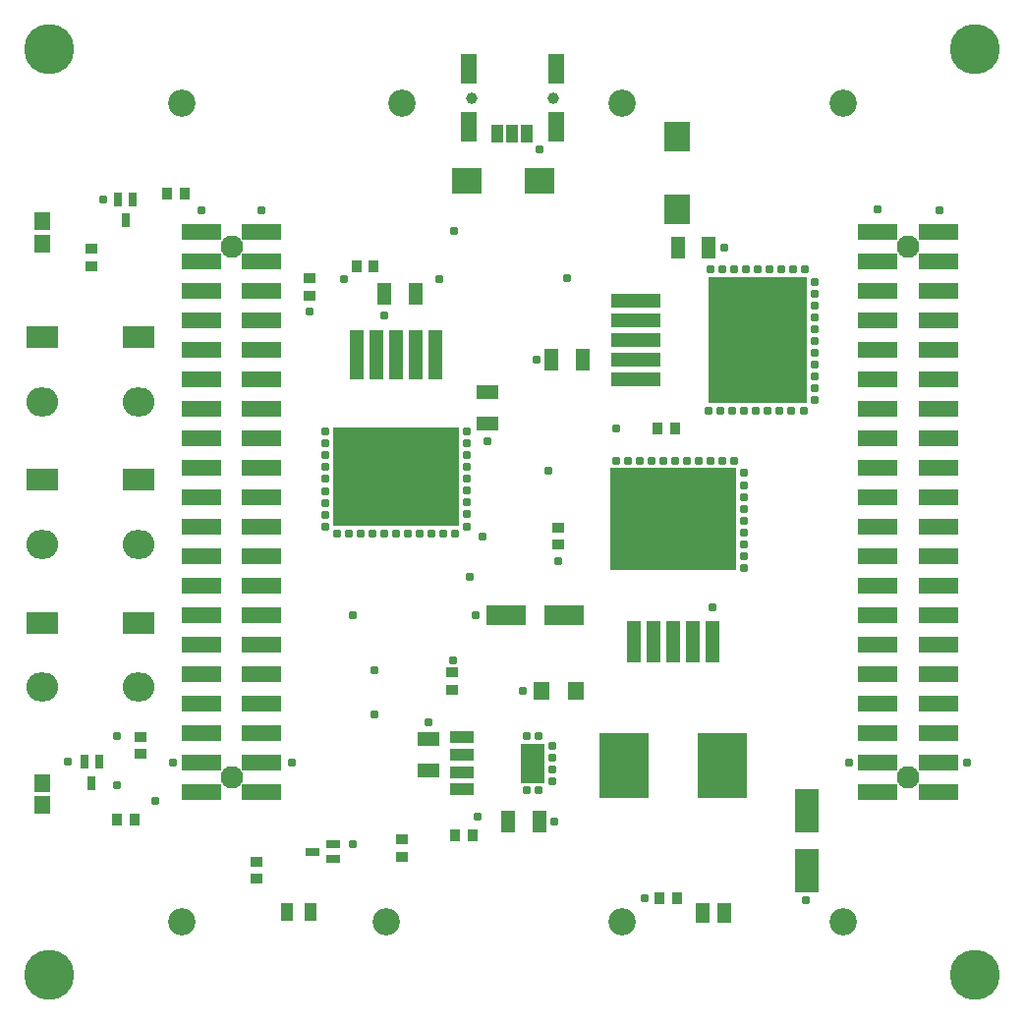
<source format=gts>
G04*
G04 #@! TF.GenerationSoftware,Altium Limited,Altium Designer,23.11.1 (41)*
G04*
G04 Layer_Color=8388736*
%FSLAX25Y25*%
%MOIN*%
G70*
G04*
G04 #@! TF.SameCoordinates,7FD28054-1643-4BC3-9A3C-097E624A02D2*
G04*
G04*
G04 #@! TF.FilePolarity,Negative*
G04*
G01*
G75*
%ADD40R,0.04343X0.03556*%
%ADD41R,0.13300X0.05288*%
%ADD42R,0.03556X0.04343*%
%ADD43R,0.05328X0.05918*%
%ADD44R,0.13398X0.07099*%
%ADD45R,0.05131X0.07493*%
%ADD46R,0.08871X0.10249*%
%ADD47R,0.07493X0.05131*%
%ADD48R,0.04898X0.16698*%
%ADD49R,0.43099X0.33501*%
%ADD50R,0.08280X0.04343*%
%ADD51R,0.08280X0.13398*%
%ADD52R,0.16548X0.22453*%
%ADD53R,0.08083X0.14973*%
%ADD54R,0.04737X0.14186*%
%ADD55R,0.42926X0.34658*%
%ADD56R,0.05131X0.02965*%
%ADD57R,0.05209X0.06194*%
%ADD58R,0.10249X0.08871*%
%ADD59R,0.02965X0.05131*%
%ADD60R,0.03950X0.06312*%
%ADD61R,0.05524X0.10249*%
%ADD62R,0.04737X0.06509*%
%ADD63R,0.04343X0.06312*%
%ADD64R,0.16698X0.04898*%
%ADD65R,0.33501X0.43099*%
%ADD66R,0.10800X0.07800*%
%ADD67C,0.07608*%
%ADD68C,0.09245*%
%ADD69C,0.03950*%
%ADD70O,0.10800X0.09800*%
%ADD71C,0.17000*%
%ADD72C,0.03100*%
D40*
X-58891Y-237409D02*
D03*
Y-231504D02*
D03*
X-75985Y-294254D02*
D03*
Y-288348D02*
D03*
X-107422Y-97847D02*
D03*
Y-103753D02*
D03*
X-23073Y-188369D02*
D03*
Y-182463D02*
D03*
X-164670Y-253447D02*
D03*
Y-259353D02*
D03*
X-181240Y-87847D02*
D03*
Y-93753D02*
D03*
X-125200Y-295761D02*
D03*
Y-301666D02*
D03*
D41*
X-123537Y-272200D02*
D03*
Y-262200D02*
D03*
X-144029D02*
D03*
X-123537Y-252200D02*
D03*
X-144029D02*
D03*
X-123537Y-242200D02*
D03*
X-144029D02*
D03*
X-123537Y-232200D02*
D03*
X-144029D02*
D03*
X-123537Y-222200D02*
D03*
X-144029D02*
D03*
X-123537Y-212200D02*
D03*
X-144029D02*
D03*
X-123537Y-202200D02*
D03*
X-144029D02*
D03*
X-123537Y-192200D02*
D03*
X-144029D02*
D03*
X-123537Y-182200D02*
D03*
X-144029D02*
D03*
X-123537Y-172200D02*
D03*
X-144029D02*
D03*
X-123537Y-162200D02*
D03*
X-144029D02*
D03*
X-123537Y-152200D02*
D03*
X-144029D02*
D03*
X-123537Y-142200D02*
D03*
X-144029D02*
D03*
X-123537Y-132200D02*
D03*
X-144029D02*
D03*
X-123537Y-122200D02*
D03*
X-144029D02*
D03*
X-123537Y-112200D02*
D03*
X-144029D02*
D03*
X-123537Y-102200D02*
D03*
X-144029D02*
D03*
X-123537Y-92200D02*
D03*
X-144029D02*
D03*
X-123537Y-82200D02*
D03*
X-144029Y-272200D02*
D03*
Y-82200D02*
D03*
X105847Y-152200D02*
D03*
Y-162200D02*
D03*
Y-132200D02*
D03*
Y-142200D02*
D03*
Y-192200D02*
D03*
Y-202200D02*
D03*
Y-172200D02*
D03*
Y-182200D02*
D03*
Y-82200D02*
D03*
Y-112200D02*
D03*
Y-122200D02*
D03*
Y-92200D02*
D03*
Y-102200D02*
D03*
Y-232200D02*
D03*
Y-212200D02*
D03*
Y-222200D02*
D03*
Y-262200D02*
D03*
Y-272200D02*
D03*
Y-242200D02*
D03*
Y-252200D02*
D03*
X85355Y-142200D02*
D03*
Y-172200D02*
D03*
Y-182200D02*
D03*
Y-152200D02*
D03*
Y-162200D02*
D03*
Y-102200D02*
D03*
Y-82200D02*
D03*
Y-92200D02*
D03*
Y-122200D02*
D03*
Y-132200D02*
D03*
Y-112200D02*
D03*
Y-252200D02*
D03*
Y-262200D02*
D03*
Y-232200D02*
D03*
Y-242200D02*
D03*
Y-202200D02*
D03*
Y-192200D02*
D03*
Y-222200D02*
D03*
Y-212200D02*
D03*
Y-272200D02*
D03*
D42*
X-149787Y-69164D02*
D03*
X-155692D02*
D03*
X11272Y-308091D02*
D03*
X17178D02*
D03*
X-58023Y-286825D02*
D03*
X-52118D02*
D03*
X-91456Y-93752D02*
D03*
X-85550D02*
D03*
X10650Y-148784D02*
D03*
X16555D02*
D03*
X-172553Y-281600D02*
D03*
X-166647D02*
D03*
D43*
X-198000Y-276628D02*
D03*
Y-269147D02*
D03*
X-198073Y-78601D02*
D03*
Y-86082D02*
D03*
D44*
X-21149Y-212197D02*
D03*
X-40834D02*
D03*
D45*
X-25459Y-125537D02*
D03*
X-14829D02*
D03*
X17506Y-87494D02*
D03*
X28136D02*
D03*
X-82118Y-103120D02*
D03*
X-71488D02*
D03*
X-40021Y-282101D02*
D03*
X-29392D02*
D03*
D46*
X17168Y-50001D02*
D03*
Y-74410D02*
D03*
D47*
X-46998Y-147315D02*
D03*
Y-136685D02*
D03*
X-66921Y-254203D02*
D03*
Y-264833D02*
D03*
D48*
X-64616Y-123979D02*
D03*
X-91419D02*
D03*
X-78017D02*
D03*
X-84718D02*
D03*
X-71316D02*
D03*
D49*
X-78017Y-165129D02*
D03*
D50*
X-55807Y-271329D02*
D03*
Y-253613D02*
D03*
Y-259518D02*
D03*
Y-265424D02*
D03*
D51*
X-31791Y-262471D02*
D03*
D52*
X32738Y-263203D02*
D03*
X-726D02*
D03*
D53*
X61200Y-299036D02*
D03*
Y-278564D02*
D03*
D54*
X29272Y-221333D02*
D03*
X22580D02*
D03*
X15887D02*
D03*
X9194D02*
D03*
X2501D02*
D03*
D55*
X15887Y-179601D02*
D03*
D56*
X-99200Y-289846D02*
D03*
Y-294964D02*
D03*
X-106287Y-292405D02*
D03*
D57*
X-16940Y-238000D02*
D03*
X-28751D02*
D03*
D58*
X-53921Y-64977D02*
D03*
X-29511D02*
D03*
D59*
X-169832Y-78343D02*
D03*
X-167273Y-71257D02*
D03*
X-172391D02*
D03*
X-183799Y-262061D02*
D03*
X-178681D02*
D03*
X-181240Y-269147D02*
D03*
D60*
X-43558Y-48808D02*
D03*
X-38559D02*
D03*
X-33558D02*
D03*
D61*
X-23677Y-26957D02*
D03*
X-53440D02*
D03*
Y-46643D02*
D03*
X-23677D02*
D03*
D62*
X25860Y-313200D02*
D03*
X33340D02*
D03*
D63*
X-107080Y-312872D02*
D03*
X-114954D02*
D03*
D64*
X3386Y-105435D02*
D03*
Y-132238D02*
D03*
Y-118836D02*
D03*
Y-112135D02*
D03*
Y-125537D02*
D03*
D65*
X44536Y-118836D02*
D03*
D66*
X-198000Y-214800D02*
D03*
X-165200D02*
D03*
Y-166400D02*
D03*
X-198000D02*
D03*
X-165200Y-118000D02*
D03*
X-198000D02*
D03*
D67*
X-133785Y-267200D02*
D03*
Y-87200D02*
D03*
X95599D02*
D03*
Y-267200D02*
D03*
D68*
X-1201Y-316195D02*
D03*
X-81204D02*
D03*
X73603D02*
D03*
X-150807D02*
D03*
X-150806Y-38480D02*
D03*
X-76003D02*
D03*
X-1200D02*
D03*
X73603D02*
D03*
D69*
X-24858Y-36800D02*
D03*
X-52259D02*
D03*
D70*
X-165200Y-236611D02*
D03*
Y-188211D02*
D03*
X-198000Y-236611D02*
D03*
Y-188211D02*
D03*
X-165200Y-139811D02*
D03*
X-198000D02*
D03*
D71*
X-195585Y-334126D02*
D03*
Y-20200D02*
D03*
X118402D02*
D03*
Y-334126D02*
D03*
D72*
X-58855Y-227525D02*
D03*
X-26329Y-163074D02*
D03*
X-48747Y-185416D02*
D03*
X-189476Y-262000D02*
D03*
X-172741Y-269966D02*
D03*
X115734Y-262270D02*
D03*
X75473Y-262227D02*
D03*
X-113207Y-262264D02*
D03*
X-153600Y-262321D02*
D03*
X85392Y-74628D02*
D03*
X106456Y-74738D02*
D03*
X-82118Y-110601D02*
D03*
X-51070Y-212197D02*
D03*
X-30525Y-125436D02*
D03*
X33184Y-87536D02*
D03*
X-19977Y-97996D02*
D03*
X-95600Y-98144D02*
D03*
X-172741Y-253211D02*
D03*
X-85200Y-246040D02*
D03*
Y-231053D02*
D03*
X-52930Y-199205D02*
D03*
X-46924Y-153223D02*
D03*
X-29300Y-54300D02*
D03*
X6193Y-308091D02*
D03*
X61135Y-308909D02*
D03*
X-66940Y-248721D02*
D03*
X29272Y-209726D02*
D03*
X-24462Y-282101D02*
D03*
X-23073Y-193818D02*
D03*
X-3403Y-148953D02*
D03*
X-58405Y-82003D02*
D03*
X-63503Y-98168D02*
D03*
X-107485Y-109077D02*
D03*
X-92845Y-212197D02*
D03*
X-123733Y-75019D02*
D03*
X-144029Y-75010D02*
D03*
X-29823Y-253094D02*
D03*
X-33760D02*
D03*
X-25032Y-256568D02*
D03*
Y-260596D02*
D03*
Y-264536D02*
D03*
Y-268564D02*
D03*
X-33760Y-271704D02*
D03*
X-29823D02*
D03*
X-3403Y-159901D02*
D03*
X520D02*
D03*
X4578D02*
D03*
X8576D02*
D03*
X12573D02*
D03*
X16601D02*
D03*
X24566D02*
D03*
X20570D02*
D03*
X28593D02*
D03*
X32533D02*
D03*
X36561D02*
D03*
X39955Y-163918D02*
D03*
X39941Y-168118D02*
D03*
X39955Y-172118D02*
D03*
Y-176116D02*
D03*
X40000Y-180145D02*
D03*
Y-184237D02*
D03*
X40014Y-188145D02*
D03*
Y-192197D02*
D03*
X40007Y-196207D02*
D03*
X28044Y-143039D02*
D03*
X32054Y-143046D02*
D03*
X36106D02*
D03*
X40014Y-143032D02*
D03*
X44106D02*
D03*
X48135Y-142986D02*
D03*
X52133D02*
D03*
X56133Y-142972D02*
D03*
X60333Y-142986D02*
D03*
X63900Y-139197D02*
D03*
Y-135170D02*
D03*
Y-131230D02*
D03*
Y-127202D02*
D03*
Y-123207D02*
D03*
Y-119237D02*
D03*
Y-115209D02*
D03*
Y-111212D02*
D03*
Y-107215D02*
D03*
Y-103156D02*
D03*
Y-99233D02*
D03*
X60800Y-94797D02*
D03*
X56600Y-94784D02*
D03*
X52600Y-94797D02*
D03*
X48603D02*
D03*
X44574Y-94843D02*
D03*
X40481D02*
D03*
X36573Y-94857D02*
D03*
X28511Y-94850D02*
D03*
X32521Y-94857D02*
D03*
X-159600Y-275200D02*
D03*
X-50346Y-280525D02*
D03*
X-58008Y-184600D02*
D03*
X-61932D02*
D03*
X-65990D02*
D03*
X-69988D02*
D03*
X-73985D02*
D03*
X-78013D02*
D03*
X-81982D02*
D03*
X-85978D02*
D03*
X-90005D02*
D03*
X-93945D02*
D03*
X-54098Y-149911D02*
D03*
X-54105Y-153921D02*
D03*
Y-157973D02*
D03*
X-54092Y-161881D02*
D03*
Y-165974D02*
D03*
X-54046Y-170003D02*
D03*
Y-174000D02*
D03*
X-54032Y-178000D02*
D03*
X-54046Y-182200D02*
D03*
X-97973Y-184600D02*
D03*
X-101948Y-182289D02*
D03*
X-101934Y-178089D02*
D03*
X-101948Y-174089D02*
D03*
Y-170092D02*
D03*
X-101993Y-166063D02*
D03*
Y-161970D02*
D03*
X-102007Y-158062D02*
D03*
Y-154010D02*
D03*
X-35138Y-238000D02*
D03*
X-102000Y-150000D02*
D03*
X-177200Y-71257D02*
D03*
X-92794Y-289745D02*
D03*
M02*

</source>
